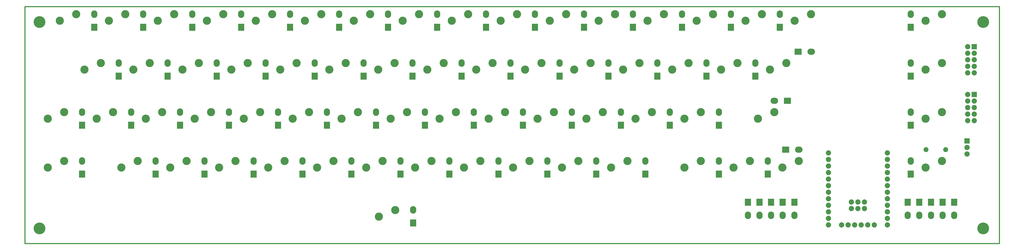
<source format=gbs>
G04 (created by PCBNEW-RS274X (2012-01-19 BZR 3256)-stable) date 07/10/2012 23:19:39*
G01*
G70*
G90*
%MOIN*%
G04 Gerber Fmt 3.4, Leading zero omitted, Abs format*
%FSLAX34Y34*%
G04 APERTURE LIST*
%ADD10C,0.006000*%
%ADD11C,0.015000*%
%ADD12C,0.080000*%
%ADD13C,0.075000*%
%ADD14R,0.080000X0.080000*%
%ADD15O,0.095000X0.115000*%
%ADD16R,0.095000X0.105000*%
%ADD17O,0.115000X0.095000*%
%ADD18R,0.105000X0.095000*%
%ADD19C,0.180000*%
%ADD20C,0.125000*%
G04 APERTURE END LIST*
G54D10*
G54D11*
X07874Y-22047D02*
X07874Y-58268D01*
X156693Y-22047D02*
X07874Y-22047D01*
X156693Y-58268D02*
X156693Y-22047D01*
X07874Y-58268D02*
X156693Y-58268D01*
G54D12*
X134118Y-51921D03*
X134118Y-52921D03*
X135118Y-51921D03*
X135118Y-52921D03*
X136118Y-51921D03*
X136118Y-52921D03*
X133618Y-55421D03*
X134618Y-55421D03*
X132618Y-55421D03*
X135618Y-55421D03*
X136618Y-55421D03*
X137618Y-55421D03*
X130618Y-55421D03*
X139618Y-55421D03*
X130618Y-54421D03*
X130618Y-53421D03*
X130618Y-52421D03*
X130618Y-51421D03*
X130618Y-50421D03*
X130618Y-49421D03*
X130618Y-48421D03*
X130618Y-47421D03*
X130618Y-46421D03*
X130618Y-45421D03*
X130618Y-44421D03*
X139618Y-54421D03*
X139618Y-53421D03*
X139618Y-52421D03*
X139618Y-51421D03*
X139618Y-50421D03*
X139618Y-49421D03*
X139618Y-48421D03*
X139618Y-47421D03*
X139618Y-46421D03*
X139618Y-45421D03*
X139618Y-44421D03*
G54D13*
X148508Y-43917D03*
X145508Y-43917D03*
G54D14*
X152862Y-28177D03*
G54D12*
X151862Y-28177D03*
X152862Y-29177D03*
X151862Y-29177D03*
X152862Y-30177D03*
X151862Y-30177D03*
X152862Y-31177D03*
X151862Y-31177D03*
X152862Y-32177D03*
X151862Y-32177D03*
G54D14*
X152862Y-35500D03*
G54D12*
X151862Y-35500D03*
X152862Y-36500D03*
X151862Y-36500D03*
X152862Y-37500D03*
X151862Y-37500D03*
X152862Y-38500D03*
X151862Y-38500D03*
X152862Y-39500D03*
X151862Y-39500D03*
G54D14*
X151772Y-42602D03*
G54D12*
X151772Y-43602D03*
X151772Y-44602D03*
G54D15*
X25945Y-23213D03*
G54D16*
X25945Y-25213D03*
G54D15*
X27835Y-45654D03*
G54D16*
X27835Y-47654D03*
G54D15*
X31575Y-38173D03*
G54D16*
X31575Y-40173D03*
G54D15*
X46535Y-38173D03*
G54D16*
X46535Y-40173D03*
G54D15*
X61496Y-38173D03*
G54D16*
X61496Y-40173D03*
G54D15*
X76457Y-38173D03*
G54D16*
X76457Y-40173D03*
G54D15*
X91417Y-38173D03*
G54D16*
X91417Y-40173D03*
G54D15*
X106378Y-38173D03*
G54D16*
X106378Y-40173D03*
G54D17*
X126079Y-43917D03*
G54D18*
X124079Y-43917D03*
G54D15*
X16614Y-38173D03*
G54D16*
X16614Y-40173D03*
G54D15*
X22205Y-30693D03*
G54D16*
X22205Y-32693D03*
G54D15*
X42795Y-45654D03*
G54D16*
X42795Y-47654D03*
G54D15*
X57756Y-45654D03*
G54D16*
X57756Y-47654D03*
G54D15*
X72717Y-45654D03*
G54D16*
X72717Y-47654D03*
G54D15*
X87677Y-45654D03*
G54D16*
X87677Y-47654D03*
G54D15*
X102638Y-45654D03*
G54D16*
X102638Y-47654D03*
G54D15*
X121339Y-45654D03*
G54D16*
X121339Y-47654D03*
G54D15*
X67165Y-53134D03*
G54D16*
X67165Y-55134D03*
G54D15*
X118307Y-53953D03*
G54D16*
X118307Y-51953D03*
G54D17*
X122327Y-36437D03*
G54D18*
X124327Y-36437D03*
G54D15*
X111969Y-30693D03*
G54D16*
X111969Y-32693D03*
G54D15*
X97008Y-30693D03*
G54D16*
X97008Y-32693D03*
G54D15*
X82047Y-30693D03*
G54D16*
X82047Y-32693D03*
G54D15*
X67087Y-30693D03*
G54D16*
X67087Y-32693D03*
G54D15*
X52126Y-30693D03*
G54D16*
X52126Y-32693D03*
G54D15*
X37165Y-30693D03*
G54D16*
X37165Y-32693D03*
G54D15*
X18465Y-23213D03*
G54D16*
X18465Y-25213D03*
G54D17*
X127969Y-28937D03*
G54D18*
X125969Y-28937D03*
G54D15*
X115709Y-23213D03*
G54D16*
X115709Y-25213D03*
G54D15*
X100748Y-23213D03*
G54D16*
X100748Y-25213D03*
G54D15*
X85787Y-23213D03*
G54D16*
X85787Y-25213D03*
G54D15*
X70827Y-23213D03*
G54D16*
X70827Y-25213D03*
G54D15*
X55866Y-23213D03*
G54D16*
X55866Y-25213D03*
G54D15*
X40906Y-23213D03*
G54D16*
X40906Y-25213D03*
G54D15*
X35315Y-45654D03*
G54D16*
X35315Y-47654D03*
G54D15*
X24094Y-38173D03*
G54D16*
X24094Y-40173D03*
G54D15*
X143189Y-45654D03*
G54D16*
X143189Y-47654D03*
G54D15*
X123189Y-23213D03*
G54D16*
X123189Y-25213D03*
G54D15*
X108228Y-23213D03*
G54D16*
X108228Y-25213D03*
G54D15*
X93268Y-23213D03*
G54D16*
X93268Y-25213D03*
G54D15*
X78307Y-23213D03*
G54D16*
X78307Y-25213D03*
G54D15*
X63346Y-23213D03*
G54D16*
X63346Y-25213D03*
G54D15*
X48386Y-23213D03*
G54D16*
X48386Y-25213D03*
G54D15*
X33425Y-23213D03*
G54D16*
X33425Y-25213D03*
G54D15*
X143189Y-38173D03*
G54D16*
X143189Y-40173D03*
G54D15*
X119449Y-30693D03*
G54D16*
X119449Y-32693D03*
G54D15*
X104488Y-30693D03*
G54D16*
X104488Y-32693D03*
G54D15*
X89528Y-30693D03*
G54D16*
X89528Y-32693D03*
G54D15*
X74567Y-30693D03*
G54D16*
X74567Y-32693D03*
G54D15*
X59606Y-30693D03*
G54D16*
X59606Y-32693D03*
G54D15*
X44646Y-30693D03*
G54D16*
X44646Y-32693D03*
G54D15*
X50276Y-45654D03*
G54D16*
X50276Y-47654D03*
G54D15*
X65236Y-45654D03*
G54D16*
X65236Y-47654D03*
G54D15*
X80197Y-45654D03*
G54D16*
X80197Y-47654D03*
G54D15*
X95157Y-45654D03*
G54D16*
X95157Y-47654D03*
G54D15*
X113858Y-45654D03*
G54D16*
X113858Y-47654D03*
G54D15*
X143189Y-23213D03*
G54D16*
X143189Y-25213D03*
G54D15*
X16594Y-45654D03*
G54D16*
X16594Y-47654D03*
G54D15*
X39055Y-38173D03*
G54D16*
X39055Y-40173D03*
G54D15*
X54016Y-38173D03*
G54D16*
X54016Y-40173D03*
G54D15*
X68976Y-38173D03*
G54D16*
X68976Y-40173D03*
G54D15*
X83937Y-38173D03*
G54D16*
X83937Y-40173D03*
G54D15*
X98898Y-38173D03*
G54D16*
X98898Y-40173D03*
G54D15*
X113858Y-38173D03*
G54D16*
X113858Y-40173D03*
G54D15*
X143189Y-30693D03*
G54D16*
X143189Y-32693D03*
G54D15*
X29685Y-30693D03*
G54D16*
X29685Y-32693D03*
G54D19*
X10118Y-24417D03*
X10118Y-55937D03*
X154232Y-55937D03*
X154232Y-24417D03*
G54D15*
X125394Y-53953D03*
G54D16*
X125394Y-51953D03*
G54D15*
X142717Y-53953D03*
G54D16*
X142717Y-51953D03*
G54D15*
X144488Y-53953D03*
G54D16*
X144488Y-51953D03*
G54D15*
X123622Y-53953D03*
G54D16*
X123622Y-51953D03*
G54D15*
X121850Y-53953D03*
G54D16*
X121850Y-51953D03*
G54D15*
X120079Y-53953D03*
G54D16*
X120079Y-51953D03*
G54D15*
X146260Y-53953D03*
G54D16*
X146260Y-51953D03*
G54D15*
X148031Y-53953D03*
G54D16*
X148031Y-51953D03*
G54D15*
X149803Y-53953D03*
G54D16*
X149803Y-51953D03*
G54D20*
X23205Y-23217D03*
X20705Y-24217D03*
X38165Y-23217D03*
X35665Y-24217D03*
X53126Y-23217D03*
X50626Y-24217D03*
X68087Y-23217D03*
X65587Y-24217D03*
X83047Y-23217D03*
X80547Y-24217D03*
X98008Y-23217D03*
X95508Y-24217D03*
X112969Y-23217D03*
X110469Y-24217D03*
X127929Y-23217D03*
X125429Y-24217D03*
X15724Y-23217D03*
X13224Y-24217D03*
X34425Y-30697D03*
X31925Y-31697D03*
X49386Y-30697D03*
X46886Y-31697D03*
X64346Y-30697D03*
X61846Y-31697D03*
X79307Y-30697D03*
X76807Y-31697D03*
X94268Y-30697D03*
X91768Y-31697D03*
X109228Y-30697D03*
X106728Y-31697D03*
X122339Y-38177D03*
X119839Y-39177D03*
X19465Y-30697D03*
X16965Y-31697D03*
X28835Y-38177D03*
X26335Y-39177D03*
X43795Y-38177D03*
X41295Y-39177D03*
X58756Y-38177D03*
X56256Y-39177D03*
X73717Y-38177D03*
X71217Y-39177D03*
X88677Y-38177D03*
X86177Y-39177D03*
X103638Y-38177D03*
X101138Y-39177D03*
X126079Y-45657D03*
X123579Y-46657D03*
X13874Y-38177D03*
X11374Y-39177D03*
X25094Y-45657D03*
X22594Y-46657D03*
X40055Y-45657D03*
X37555Y-46657D03*
X55016Y-45657D03*
X52516Y-46657D03*
X69976Y-45657D03*
X67476Y-46657D03*
X84937Y-45657D03*
X82437Y-46657D03*
X99897Y-45657D03*
X97397Y-46657D03*
X118598Y-45657D03*
X116098Y-46657D03*
X64425Y-53138D03*
X61925Y-54138D03*
X32575Y-45657D03*
X30075Y-46657D03*
X47535Y-45657D03*
X45035Y-46657D03*
X62496Y-45657D03*
X59996Y-46657D03*
X77457Y-45657D03*
X74957Y-46657D03*
X92417Y-45657D03*
X89917Y-46657D03*
X111118Y-45657D03*
X108618Y-46657D03*
X147929Y-23217D03*
X145429Y-24217D03*
X13874Y-45657D03*
X11374Y-46657D03*
X36315Y-38177D03*
X33815Y-39177D03*
X51276Y-38177D03*
X48776Y-39177D03*
X66236Y-38177D03*
X63736Y-39177D03*
X81197Y-38177D03*
X78697Y-39177D03*
X96157Y-38177D03*
X93657Y-39177D03*
X111118Y-38177D03*
X108618Y-39177D03*
X147929Y-30697D03*
X145429Y-31697D03*
X26945Y-30697D03*
X24445Y-31697D03*
X41906Y-30697D03*
X39406Y-31697D03*
X56866Y-30697D03*
X54366Y-31697D03*
X71827Y-30697D03*
X69327Y-31697D03*
X86787Y-30697D03*
X84287Y-31697D03*
X101748Y-30697D03*
X99248Y-31697D03*
X116709Y-30697D03*
X114209Y-31697D03*
X147929Y-38177D03*
X145429Y-39177D03*
X30685Y-23217D03*
X28185Y-24217D03*
X45646Y-23217D03*
X43146Y-24217D03*
X60606Y-23217D03*
X58106Y-24217D03*
X75567Y-23217D03*
X73067Y-24217D03*
X90528Y-23217D03*
X88028Y-24217D03*
X105488Y-23217D03*
X102988Y-24217D03*
X120449Y-23217D03*
X117949Y-24217D03*
X147929Y-45657D03*
X145429Y-46657D03*
X21354Y-38177D03*
X18854Y-39177D03*
X124189Y-30697D03*
X121689Y-31697D03*
M02*

</source>
